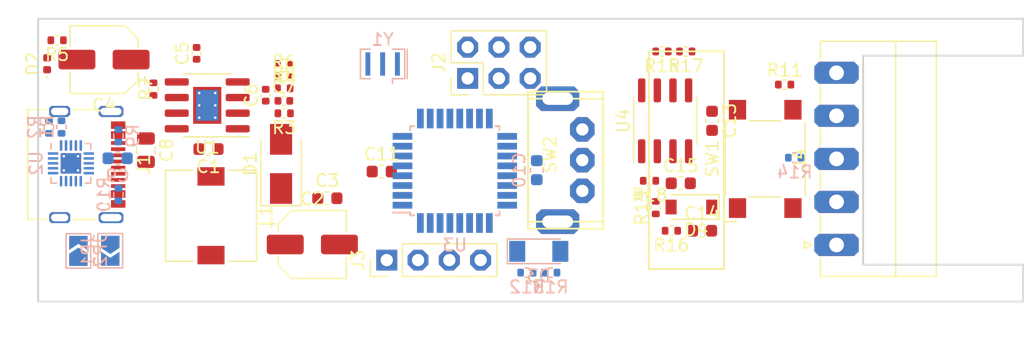
<source format=kicad_pcb>
(kicad_pcb (version 20211014) (generator pcbnew)
  (layers (0 "F.Cu" signal) (31 "B.Cu" signal) (34 "B.Paste" user) (35 "F.Paste" user) (36 "B.SilkS" user "B.Silkscreen") (37 "F.SilkS" user "F.Silkscreen") (38 "B.Mask" user) (39 "F.Mask" user) (44 "Edge.Cuts" user))
  (net 0 "")
  (net 1 "VCC")
  (net 2 "Net-(C1-Pad1)")
  (net 3 "Net-(C1-Pad2)")
  (net 4 "GND")
  (net 5 "VBUS")
  (net 6 "Net-(C10-Pad1)")
  (net 7 "VDD")
  (net 8 "Net-(C6-Pad1)")
  (net 9 "Net-(C6-Pad2)")
  (net 10 "Net-(C15-Pad1)")
  (net 11 "Net-(C13-Pad1)")
  (net 12 "Net-(R4-Pad2)")
  (net 13 "/D6")
  (net 14 "Net-(R18-Pad1)")
  (net 15 "Net-(U3-Pad7)")
  (net 16 "Net-(U3-Pad8)")
  (net 17 "P+")
  (net 19 "Net-(D2-Pad2)")
  (net 20 "/ADC1")
  (net 21 "Net-(J1-PadA5)")
  (net 22 "Net-(J1-PadB5)")
  (net 23 "/MISO")
  (net 24 "/SCK")
  (net 25 "/MOSI")
  (net 26 "/RST")
  (net 27 "/TXD")
  (net 28 "/RXD")
  (net 29 "/D10")
  (net 30 "/ADC2")
  (net 31 "/CFG2")
  (net 32 "/CFG3")
  (net 33 "/BEEP")
  (net 34 "/CFG1")
  (net 35 "Net-(R3-Pad2)")
  (net 37 "Net-(R7-Pad1)")
  (net 39 "Net-(U4-Pad6)")
  (net 40 "/ADC0")
  (net 41 "/D7")
  (net 45 "Net-(J1-PadA6)")
  (net 46 "Net-(J1-PadA7)")
  (net 51 "/D9")
  (net 52 "/SDA")
  (net 53 "/SCL")
  (footprint "Resistor_SMD:R_0402_1005Metric" (layer "F.Cu") (at 101.4724 80.5688)
    (fp_text reference "R6" (at 0 -1.17) (layer "F.SilkS"))
    (fp_text value "20K")
    (pad "1" smd roundrect (at -0.51 0) (size 0.54 0.64) (layers "F.Cu" "F.Paste" "F.Mask") (net 12 "Net-(R4-Pad2)"))
    (pad "2" smd roundrect (at 0.51 0) (size 0.54 0.64) (layers "F.Cu" "F.Paste" "F.Mask") (net 4 "GND"))
  )
  (footprint "Capacitor_SMD:C_0402_1005Metric" (layer "F.Cu") (at 99.9972 82.0928 90)
    (fp_text reference "C6" (at 0 -1.16 90) (layer "F.SilkS"))
    (fp_text value "50V/220pF")
    (pad "1" smd roundrect (at -0.48 0 90) (size 0.56 0.62) (layers "F.Cu" "F.Paste" "F.Mask") (net 8 "Net-(C6-Pad1)"))
    (pad "2" smd roundrect (at 0.48 0 90) (size 0.56 0.62) (layers "F.Cu" "F.Paste" "F.Mask") (net 9 "Net-(C6-Pad2)"))
  )
  (footprint "Resistor_SMD:R_0402_1005Metric" (layer "F.Cu") (at 101.4984 83.566 180)
    (fp_text reference "R3" (at 0 -1.17) (layer "F.SilkS"))
    (fp_text value "100K")
    (pad "1" smd roundrect (at -0.51 0 180) (size 0.54 0.64) (layers "F.Cu" "F.Paste" "F.Mask") (net 5 "VBUS"))
    (pad "2" smd roundrect (at 0.51 0 180) (size 0.54 0.64) (layers "F.Cu" "F.Paste" "F.Mask") (net 35 "Net-(R3-Pad2)"))
  )
  (footprint "Package_SO:SOIC-8_3.9x4.9mm_P1.27mm" (layer "F.Cu") (at 132.4356 84.1756 90)
    (fp_text reference "U4" (at 0 -3.4 90) (layer "F.SilkS"))
    (fp_text value "OPA2333xxD")
    (pad "1" smd roundrect (at -2.475 -1.905 90) (size 1.95 0.6) (layers "F.Cu" "F.Paste" "F.Mask") (net 40 "/ADC0"))
    (pad "2" smd roundrect (at -2.475 -0.635 90) (size 1.95 0.6) (layers "F.Cu" "F.Paste" "F.Mask") (net 14 "Net-(R18-Pad1)"))
    (pad "3" smd roundrect (at -2.475 0.635 90) (size 1.95 0.6) (layers "F.Cu" "F.Paste" "F.Mask") (net 10 "Net-(C15-Pad1)"))
    (pad "4" smd roundrect (at -2.475 1.905 90) (size 1.95 0.6) (layers "F.Cu" "F.Paste" "F.Mask") (net 4 "GND"))
    (pad "5" smd roundrect (at 2.475 1.905 90) (size 1.95 0.6) (layers "F.Cu" "F.Paste" "F.Mask") (net 11 "Net-(C13-Pad1)"))
    (pad "6" smd roundrect (at 2.475 0.635 90) (size 1.95 0.6) (layers "F.Cu" "F.Paste" "F.Mask") (net 39 "Net-(U4-Pad6)"))
    (pad "7" smd roundrect (at 2.475 -0.635 90) (size 1.95 0.6) (layers "F.Cu" "F.Paste" "F.Mask") (net 39 "Net-(U4-Pad6)"))
    (pad "8" smd roundrect (at 2.475 -1.905 90) (size 1.95 0.6) (layers "F.Cu" "F.Paste" "F.Mask") (net 1 "VCC"))
  )
  (footprint "Inductor_SMD:L_7.3x7.3_H4.5" (layer "F.Cu") (at 95.5548 91.8972 -90)
    (fp_text reference "L1" (at 0 -4.45 90) (layer "F.SilkS"))
    (fp_text value "L")
    (pad "1" smd rect (at -3.2 0 270) (size 1.5 2.2) (layers "F.Cu" "F.Paste" "F.Mask") (net 2 "Net-(C1-Pad1)"))
    (pad "2" smd rect (at 3.2 0 270) (size 1.5 2.2) (layers "F.Cu" "F.Paste" "F.Mask") (net 1 "VCC"))
  )
  (footprint "Connector_PinHeader_2.54mm:PinHeader_1x04_P2.54mm_Vertical" (layer "F.Cu") (at 109.8296 95.504 90)
    (fp_text reference "J3" (at 0 -2.33 90) (layer "F.SilkS"))
    (fp_text value "Conn_01x04_Male")
    (pad "1" thru_hole custom (at 0 0 90) (size 1.7 1.7) (drill 1) (layers *.Cu *.Mask) (net 1 "VCC") (options (clearance convexhull) (anchor circle)) (primitives (gr_poly (pts (xy 0.8 0.8) (xy -0.8 0.8) (xy -0.8 -0.8) (xy 0.8 -0.8)) (width 0.1) (fill yes))))
    (pad "2" thru_hole custom (at 0 2.54 90) (size 1.7 1.7) (drill 1) (layers *.Cu *.Mask) (net 27 "/TXD") (options (clearance convexhull) (anchor circle)) (primitives (gr_poly (pts (xy 0.8 0.331371) (xy 0.331371 0.8) (xy -0.331371 0.8) (xy -0.8 0.331371) (xy -0.8 -0.331371) (xy -0.331371 -0.8) (xy 0.331371 -0.8) (xy 0.8 -0.331371)) (width 0.1) (fill yes))))
    (pad "3" thru_hole custom (at 0 5.08 90) (size 1.7 1.7) (drill 1) (layers *.Cu *.Mask) (net 28 "/RXD") (options (clearance convexhull) (anchor circle)) (primitives (gr_poly (pts (xy 0.8 0.331371) (xy 0.331371 0.8) (xy -0.331371 0.8) (xy -0.8 0.331371) (xy -0.8 -0.331371) (xy -0.331371 -0.8) (xy 0.331371 -0.8) (xy 0.8 -0.331371)) (width 0.1) (fill yes))))
    (pad "4" thru_hole custom (at 0 7.62 90) (size 1.7 1.7) (drill 1) (layers *.Cu *.Mask) (net 4 "GND") (options (clearance convexhull) (anchor circle)) (primitives (gr_poly (pts (xy 0.8 0.331371) (xy 0.331371 0.8) (xy -0.331371 0.8) (xy -0.8 0.331371) (xy -0.8 -0.331371) (xy -0.331371 -0.8) (xy 0.331371 -0.8) (xy 0.8 -0.331371)) (width 0.1) (fill yes))))
  )
  (footprint "My_Library:EC10E" (layer "F.Cu") (at 125.7084 87.376 90)
    (fp_text reference "SW2" (at 0.4572 -2.6144 90 unlocked) (layer "F.SilkS"))
    (fp_text value "RotaryEncoder_2")
    (pad "0" thru_hole custom (at -5 -2 90) (size 1.000002 2.500002) (drill oval 1 2.5) (layers *.Cu *.Mask) (net 4 "GND") (options (clearance convexhull) (anchor rect)) (primitives (gr_poly (pts (xy 0.95 1.315076) (xy 0.565076 1.7) (xy -0.565076 1.7) (xy -0.95 1.315076) (xy -0.95 -1.315076) (xy -0.565076 -1.7) (xy 0.565076 -1.7) (xy 0.95 -1.315076)) (width 0.1) (fill yes))))
    (pad "0" thru_hole custom (at 5 -2 90) (size 1.000002 2.500002) (drill oval 1 2.5) (layers *.Cu *.Mask) (net 4 "GND") (options (clearance convexhull) (anchor rect)) (primitives (gr_poly (pts (xy 0.95 1.315076) (xy 0.565076 1.7) (xy -0.565076 1.7) (xy -0.95 1.315076) (xy -0.95 -1.315076) (xy -0.565076 -1.7) (xy 0.565076 -1.7) (xy 0.95 -1.315076)) (width 0.1) (fill yes))))
    (pad "A" thru_hole custom (at -2.5 0 90) (size 2 2) (drill 1) (layers *.Cu *.Mask) (net 41 "/D7") (options (clearance convexhull) (anchor circle)) (primitives (gr_poly (pts (xy 0.95 0.393503) (xy 0.393503 0.95) (xy -0.393503 0.95) (xy -0.95 0.393503) (xy -0.95 -0.393503) (xy -0.393503 -0.95) (xy 0.393503 -0.95) (xy 0.95 -0.393503)) (width 0.1) (fill yes))))
    (pad "B" thru_hole custom (at 0 0 90) (size 2 2) (drill 1) (layers *.Cu *.Mask) (net 13 "/D6") (options (clearance convexhull) (anchor circle)) (primitives (gr_poly (pts (xy 0.95 0.393503) (xy 0.393503 0.95) (xy -0.393503 0.95) (xy -0.95 0.393503) (xy -0.95 -0.393503) (xy -0.393503 -0.95) (xy 0.393503 -0.95) (xy 0.95 -0.393503)) (width 0.1) (fill yes))))
    (pad "C" thru_hole custom (at 2.5 0 90) (size 2 2) (drill 1) (layers *.Cu *.Mask) (net 4 "GND") (options (clearance convexhull) (anchor circle)) (primitives (gr_poly (pts (xy 0.95 0.393503) (xy 0.393503 0.95) (xy -0.393503 0.95) (xy -0.95 0.393503) (xy -0.95 -0.393503) (xy -0.393503 -0.95) (xy 0.393503 -0.95) (xy 0.95 -0.393503)) (width 0.1) (fill yes))))
  )
  (footprint "Capacitor_SMD:C_0805_2012Metric" (layer "F.Cu") (at 90.2716 86.5632 -90)
    (fp_text reference "C8" (at 0 -1.68 90) (layer "F.SilkS"))
    (fp_text value "10uF")
    (pad "1" smd roundrect (at -0.95 0 270) (size 1 1.45) (layers "F.Cu" "F.Paste" "F.Mask") (net 5 "VBUS"))
    (pad "2" smd roundrect (at 0.95 0 270) (size 1 1.45) (layers "F.Cu" "F.Paste" "F.Mask") (net 4 "GND"))
  )
  (footprint "Capacitor_SMD:C_0603_1608Metric" (layer "F.Cu") (at 95.3516 86.4746 180)
    (fp_text reference "C1" (at 0 -1.43) (layer "F.SilkS"))
    (fp_text value "50V/100nF")
    (pad "1" smd roundrect (at -0.775 0 180) (size 0.9 0.95) (layers "F.Cu" "F.Paste" "F.Mask") (net 2 "Net-(C1-Pad1)"))
    (pad "2" smd roundrect (at 0.775 0 180) (size 0.9 0.95) (layers "F.Cu" "F.Paste" "F.Mask") (net 3 "Net-(C1-Pad2)"))
  )
  (footprint "Capacitor_SMD:C_0402_1005Metric" (layer "F.Cu") (at 101.4704 82.55)
    (fp_text reference "C7" (at 0 -1.16) (layer "F.SilkS"))
    (fp_text value "NC")
    (pad "1" smd roundrect (at -0.48 0) (size 0.56 0.62) (layers "F.Cu" "F.Paste" "F.Mask") (net 8 "Net-(C6-Pad1)"))
    (pad "2" smd roundrect (at 0.48 0) (size 0.56 0.62) (layers "F.Cu" "F.Paste" "F.Mask") (net 4 "GND"))
  )
  (footprint "Capacitor_SMD:C_0603_1608Metric" (layer "F.Cu") (at 105.0036 90.4748)
    (fp_text reference "C3" (at 0 -1.43) (layer "F.SilkS"))
    (fp_text value "50V/100nF")
    (pad "1" smd roundrect (at -0.775 0) (size 0.9 0.95) (layers "F.Cu" "F.Paste" "F.Mask") (net 1 "VCC"))
    (pad "2" smd roundrect (at 0.775 0) (size 0.9 0.95) (layers "F.Cu" "F.Paste" "F.Mask") (net 4 "GND"))
  )
  (footprint "Resistor_SMD:R_0402_1005Metric" (layer "F.Cu") (at 101.4704 81.534)
    (fp_text reference "R8" (at 0 -1.17) (layer "F.SilkS"))
    (fp_text value "68.1K")
    (pad "1" smd roundrect (at -0.51 0) (size 0.54 0.64) (layers "F.Cu" "F.Paste" "F.Mask") (net 9 "Net-(C6-Pad2)"))
    (pad "2" smd roundrect (at 0.51 0) (size 0.54 0.64) (layers "F.Cu" "F.Paste" "F.Mask") (net 4 "GND"))
  )
  (footprint "Diode_SMD:D_SOD-123" (layer "F.Cu") (at 134.5692 91.186 180)
    (fp_text reference "D4" (at -0.4064 -1.8476) (layer "F.SilkS"))
    (fp_text value "1N4148W")
    (pad "1" smd rect (at -1.65 0 180) (size 0.9 1.2) (layers "F.Cu" "F.Paste" "F.Mask") (net 4 "GND"))
    (pad "2" smd rect (at 1.65 0 180) (size 0.9 1.2) (layers "F.Cu" "F.Paste" "F.Mask") (net 10 "Net-(C15-Pad1)"))
  )
  (footprint "Capacitor_SMD:C_0603_1608Metric" (layer "F.Cu") (at 109.4232 88.3034)
    (fp_text reference "C11" (at 0 -1.43) (layer "F.SilkS"))
    (fp_text value "100nF")
    (pad "1" smd roundrect (at -0.775 0) (size 0.9 0.95) (layers "F.Cu" "F.Paste" "F.Mask") (net 13 "/D6"))
    (pad "2" smd roundrect (at 0.775 0) (size 0.9 0.95) (layers "F.Cu" "F.Paste" "F.Mask") (net 4 "GND"))
  )
  (footprint "Capacitor_SMD:C_0603_1608Metric" (layer "F.Cu") (at 133.7056 89.2556)
    (fp_text reference "C15" (at 0 -1.43) (layer "F.SilkS"))
    (fp_text value "2.2nF")
    (pad "1" smd roundrect (at -0.775 0) (size 0.9 0.95) (layers "F.Cu" "F.Paste" "F.Mask") (net 10 "Net-(C15-Pad1)"))
    (pad "2" smd roundrect (at 0.775 0) (size 0.9 0.95) (layers "F.Cu" "F.Paste" "F.Mask") (net 4 "GND"))
  )
  (footprint "Resistor_SMD:R_0402_1005Metric" (layer "F.Cu") (at 131.6736 91.2368 90)
    (fp_text reference "R19" (at 0 -1.17 90) (layer "F.SilkS"))
    (fp_text value "200K")
    (pad "1" smd roundrect (at -0.51 0 90) (size 0.54 0.64) (layers "F.Cu" "F.Paste" "F.Mask") (net 4 "GND"))
    (pad "2" smd roundrect (at 0.51 0 90) (size 0.54 0.64) (layers "F.Cu" "F.Paste" "F.Mask") (net 14 "Net-(R18-Pad1)"))
  )
  (footprint "Resistor_SMD:R_0402_1005Metric" (layer "F.Cu") (at 131.1656 89.0524 180)
    (fp_text reference "R18" (at 0 -1.17) (layer "F.SilkS"))
    (fp_text value "200k")
    (pad "1" smd roundrect (at -0.51 0 180) (size 0.54 0.64) (layers "F.Cu" "F.Paste" "F.Mask") (net 14 "Net-(R18-Pad1)"))
    (pad "2" smd roundrect (at 0.51 0 180) (size 0.54 0.64) (layers "F.Cu" "F.Paste" "F.Mask") (net 40 "/ADC0"))
  )
  (footprint "Resistor_SMD:R_0402_1005Metric" (layer "F.Cu") (at 134.112 78.5368 180)
    (fp_text reference "R17" (at 0 -1.17) (layer "F.SilkS"))
    (fp_text value "10K")
    (pad "1" smd roundrect (at -0.51 0 180) (size 0.54 0.64) (layers "F.Cu" "F.Paste" "F.Mask") (net 4 "GND"))
    (pad "2" smd roundrect (at 0.51 0 180) (size 0.54 0.64) (layers "F.Cu" "F.Paste" "F.Mask") (net 11 "Net-(C13-Pad1)"))
  )
  (footprint "Resistor_SMD:R_0402_1005Metric" (layer "F.Cu") (at 83.058 77.6224 180)
    (fp_text reference "R5" (at 0 -1.17) (layer "F.SilkS"))
    (fp_text value "10K")
    (pad "1" smd roundrect (at -0.51 0 180) (size 0.54 0.64) (layers "F.Cu" "F.Paste" "F.Mask") (net 1 "VCC"))
    (pad "2" smd roundrect (at 0.51 0 180) (size 0.54 0.64) (layers "F.Cu" "F.Paste" "F.Mask") (net 19 "Net-(D2-Pad2)"))
  )
  (footprint "Capacitor_SMD:CP_Elec_5x5.7" (layer "F.Cu") (at 86.868 79.1972 180)
    (fp_text reference "C4" (at 0 -3.7) (layer "F.SilkS"))
    (fp_text value "50V/10uF")
    (pad "1" smd roundrect (at -2.2 0 180) (size 3 1.6) (layers "F.Cu" "F.Paste" "F.Mask") (roundrect_rratio 0.15625) (net 5 "VBUS"))
    (pad "2" smd roundrect (at 2.2 0 180) (size 3 1.6) (layers "F.Cu" "F.Paste" "F.Mask") (roundrect_rratio 0.15625) (net 4 "GND"))
  )
  (footprint "Resistor_SMD:R_0402_1005Metric" (layer "F.Cu") (at 132.1816 78.5368 180)
    (fp_text reference "R15" (at 0 -1.17) (layer "F.SilkS"))
    (fp_text value "10K")
    (pad "1" smd roundrect (at -0.51 0 180) (size 0.54 0.64) (layers "F.Cu" "F.Paste" "F.Mask") (net 11 "Net-(C13-Pad1)"))
    (pad "2" smd roundrect (at 0.51 0 180) (size 0.54 0.64) (layers "F.Cu" "F.Paste" "F.Mask") (net 1 "VCC"))
  )
  (footprint "Capacitor_SMD:C_0603_1608Metric" (layer "F.Cu") (at 135.4328 93.1164)
    (fp_text reference "C14" (at 0 -1.43) (layer "F.SilkS"))
    (fp_text value "1uF")
    (pad "1" smd roundrect (at -0.775 0) (size 0.9 0.95) (layers "F.Cu" "F.Paste" "F.Mask") (net 17 "P+"))
    (pad "2" smd roundrect (at 0.775 0) (size 0.9 0.95) (layers "F.Cu" "F.Paste" "F.Mask") (net 4 "GND"))
  )
  (footprint "Connector_USB:USB_C_Receptacle_Palconn_UTC16-G" (layer "F.Cu") (at 85.5078 87.7316 -90)
    (fp_text reference "J1" (at 0 -4.58 90) (layer "F.SilkS"))
    (fp_text value "USB_C_Receptacle_USB2.0")
    (pad "" np_thru_hole circle (at 2.89 -1.45 90) (size 0.6 0.6) (drill 0.6) (layers *.Cu *.Mask))
    (pad "" np_thru_hole circle (at -2.89 -1.45 90) (size 0.6 0.6) (drill 0.6) (layers *.Cu *.Mask))
    (pad "A1" smd rect (at -3.2 -2.51 270) (size 0.6 1.16) (layers "F.Cu" "F.Paste" "F.Mask") (net 4 "GND"))
    (pad "A4" smd rect (at -2.4 -2.51 270) (size 0.6 1.16) (layers "F.Cu" "F.Paste" "F.Mask") (net 5 "VBUS"))
    (pad "A5" smd rect (at -1.25 -2.51 90) (size 0.3 1.16) (layers "F.Cu" "F.Paste" "F.Mask") (net 21 "Net-(J1-PadA5)"))
    (pad "A6" smd rect (at -0.25 -2.51 90) (size 0.3 1.16) (layers "F.Cu" "F.Paste" "F.Mask") (net 45 "Net-(J1-PadA6)"))
    (pad "A7" smd rect (at 0.25 -2.51 90) (size 0.3 1.16) (layers "F.Cu" "F.Paste" "F.Mask") (net 46 "Net-(J1-PadA7)"))
    (pad "A8" smd rect (at 1.25 -2.51 90) (size 0.3 1.16) (layers "F.Cu" "F.Paste" "F.Mask"))
    (pad "A9" smd rect (at 2.4 -2.51 270) (size 0.6 1.16) (layers "F.Cu" "F.Paste" "F.Mask") (net 5 "VBUS"))
    (pad "A12" smd rect (at 3.2 -2.51 270) (size 0.6 1.16) (layers "F.Cu" "F.Paste" "F.Mask") (net 4 "GND"))
    (pad "B1" smd rect (at 3.2 -2.51 270) (size 0.6 1.16) (layers "F.Cu" "F.Paste" "F.Mask") (net 4 "GND"))
    (pad "B4" smd rect (at 2.4 -2.51 270) (size 0.6 1.16) (layers "F.Cu" "F.Paste" "F.Mask") (net 5 "VBUS"))
    (pad "B5" smd rect (at 1.75 -2.51 90) (size 0.3 1.16) (layers "F.Cu" "F.Paste" "F.Mask") (net 22 "Net-(J1-PadB5)"))
    (pad "B6" smd rect (at 0.75 -2.51 90) (size 0.3 1.16) (layers "F.Cu" "F.Paste" "F.Mask") (net 45 "Net-(J1-PadA6)"))
    (pad "B7" smd rect (at -0.75 -2.51 90) (size 0.3 1.16) (layers "F.Cu" "F.Paste" "F.Mask") (net 46 "Net-(J1-PadA7)"))
    (pad "B8" smd rect (at -1.75 -2.51 90) (size 0.3 1.16) (layers "F.Cu" "F.Paste" "F.Mask"))
    (pad "B9" smd rect (at -2.4 -2.51 270) (size 0.6 1.16) (layers "F.Cu" "F.Paste" "F.Mask") (net 5 "VBUS"))
    (pad "B12" smd rect (at -3.2 -2.51 270) (size 0.6 1.16) (layers "F.Cu" "F.Paste" "F.Mask") (net 4 "GND"))
    (pad "S1" thru_hole custom (at 4.32 -1.93) (size 1.700002 0.600002) (drill oval 1.7 0.6) (layers *.Cu *.Mask) (net 4 "GND") (options (clearance convexhull) (anchor rect)) (primitives (gr_poly (pts (xy 0.95 0.242894) (xy 0.792894 0.4) (xy -0.792894 0.4) (xy -0.95 0.242894) (xy -0.95 -0.242894) (xy -0.792894 -0.4) (xy 0.792894 -0.4) (xy 0.95 -0.242894)) (width 0.1) (fill yes))))
    (pad "S1" thru_hole custom (at -4.32 2.24) (size 1.400002 0.600002) (drill oval 1.4 0.6) (layers *.Cu *.Mask) (net 4 "GND") (options (clearance convexhull) (anchor rect)) (primitives (gr_poly (pts (xy 0.8 0.242894) (xy 0.642894 0.4) (xy -0.642894 0.4) (xy -0.8 0.242894) (xy -0.8 -0.242894) (xy -0.642894 -0.4) (xy 0.642894 -0.4) (xy 0.8 -0.242894)) (width 0.1) (fill yes))))
    (pad "S1" thru_hole custom (at -4.32 -1.93) (size 1.700002 0.600002) (drill oval 1.7 0.6) (layers *.Cu *.Mask) (net 4 "GND") (options (clearance convexhull) (anchor rect)) (primitives (gr_poly (pts (xy 0.95 0.242894) (xy 0.792894 0.4) (xy -0.792894 0.4) (xy -0.95 0.242894) (xy -0.95 -0.242894) (xy -0.792894 -0.4) (xy 0.792894 -0.4) (xy 0.95 -0.242894)) (width 0.1) (fill yes))))
    (pad "S1" thru_hole custom (at 4.32 2.24) (size 1.400002 0.600002) (drill oval 1.4 0.6) (layers *.Cu *.Mask) (net 4 "GND") (options (clearance convexhull) (anchor rect)) (primitives (gr_poly (pts (xy 0.8 0.242894) (xy 0.642894 0.4) (xy -0.642894 0.4) (xy -0.8 0.242894) (xy -0.8 -0.242894) (xy -0.642894 -0.4) (xy 0.642894 -0.4) (xy 0.8 -0.242894)) (width 0.1) (fill yes))))
  )
  (footprint "Connector_Phoenix_MC:PhoenixContact_MC_1,5_5-G-3.5_1x05_P3.50mm_Horizontal" (layer "F.Cu") (at 146.3548 94.2702 90)
    (fp_text reference "J4" (at 7 -3 90) (layer "F.SilkS"))
    (fp_text value "Conn_01x05_Female")
    (pad "1" thru_hole custom (at 0 0 90) (size 1.200002 1.200002) (drill 1.2) (layers *.Cu *.Mask) (net 5 "VBUS") (options (clearance convexhull) (anchor rect)) (primitives (gr_poly (pts (xy 0.85 1.406498) (xy 0.506498 1.75) (xy -0.506498 1.75) (xy -0.85 1.406498) (xy -0.85 -1.406498) (xy -0.506498 -1.75) (xy 0.506498 -1.75) (xy 0.85 -1.406498)) (width 0.1) (fill yes))))
    (pad "2" thru_hole custom (at 3.5 0 90) (size 1.200002 1.200002) (drill 1.2) (layers *.Cu *.Mask) (net 17 "P+") (options (clearance convexhull) (anchor rect)) (primitives (gr_poly (pts (xy 0.85 1.406498) (xy 0.506498 1.75) (xy -0.506498 1.75) (xy -0.85 1.406498) (xy -0.85 -1.406498) (xy -0.506498 -1.75) (xy 0.506498 -1.75) (xy 0.85 -1.406498)) (width 0.1) (fill yes))))
    (pad "3" thru_hole custom (at 7 0 90) (size 1.200002 1.200002) (drill 1.2) (layers *.Cu *.Mask) (net 29 "/D10") (options (clearance convexhull) (anchor rect)) (primitives (gr_poly (pts (xy 0.85 1.406498) (xy 0.506498 1.75) (xy -0.506498 1.75) (xy -0.85 1.406498) (xy -0.85 -1.406498) (xy -0.506498 -1.75) (xy 0.506498 -1.75) (xy 0.85 -1.406498)) (width 0.1) (fill yes))))
    (pad "4" thru_hole custom (at 10.5 0 90) (size 1.200002 1.200002) (drill 1.2) (layers *.Cu *.Mask) (net 30 "/ADC2") (options (clearance convexhull) (anchor rect)) (primitives (gr_poly (pts (xy 0.85 1.406498) (xy 0.506498 1.75) (xy -0.506498 1.75) (xy -0.85 1.406498) (xy -0.85 -1.406498) (xy -0.506498 -1.75) (xy 0.506498 -1.75) (xy 0.85 -1.406498)) (width 0.1) (fill yes))))
    (pad "5" thru_hole custom (at 14 0 90) (size 1.200002 1.200002) (drill 1.2) (layers *.Cu *.Mask) (net 4 "GND") (options (clearance convexhull) (anchor rect)) (primitives (gr_poly (pts (xy 0.85 1.406498) (xy 0.506498 1.75) (xy -0.506498 1.75) (xy -0.85 1.406498) (xy -0.85 -1.406498) (xy -0.506498 -1.75) (xy 0.506498 -1.75) (xy 0.85 -1.406498)) (width 0.1) (fill yes))))
  )
  (footprint "Resistor_SMD:R_0402_1005Metric" (layer "F.Cu") (at 132.9436 93.1164 180)
    (fp_text reference "R16" (at 0 -1.17) (layer "F.SilkS"))
    (fp_text value "10K")
    (pad "1" smd roundrect (at -0.51 0 180) (size 0.54 0.64) (layers "F.Cu" "F.Paste" "F.Mask") (net 17 "P+"))
    (pad "2" smd roundrect (at 0.51 0 180) (size 0.54 0.64) (layers "F.Cu" "F.Paste" "F.Mask") (net 10 "Net-(C15-Pad1)"))
  )
  (footprint "Button_Switch_SMD:SW_SPST_Omron_B3FS-100xP" (layer "F.Cu") (at 140.5636 87.2744 90)
    (fp_text reference "SW1" (at 0 -4.3 90) (layer "F.SilkS"))
    (fp_text value "SW_DPST_Temperature")
    (pad "1" smd rect (at -4 -2.25 270) (size 1.6 1.4) (layers "F.Cu" "F.Paste" "F.Mask") (net 4 "GND"))
    (pad "2" smd rect (at 4 -2.25 270) (size 1.6 1.4) (layers "F.Cu" "F.Paste" "F.Mask") (net 13 "/D6"))
    (pad "3" smd rect (at -4 2.25 270) (size 1.6 1.4) (layers "F.Cu" "F.Paste" "F.Mask") (net 4 "GND"))
    (pad "4" smd rect (at 4 2.25 270) (size 1.6 1.4) (layers "F.Cu" "F.Paste" "F.Mask") (net 13 "/D6"))
  )
  (footprint "Package_SO:SOIC-8-1EP_3.9x4.9mm_P1.27mm_EP2.29x3mm_ThermalVias" (layer "F.Cu") (at 95.25 82.9186 180)
    (fp_text reference "U1" (at 0 -3.4) (layer "F.SilkS"))
    (fp_text value "MP1584EN")
    (pad "1" smd roundrect (at -2.475 -1.905 180) (size 1.95 0.6) (layers "F.Cu" "F.Paste" "F.Mask") (net 2 "Net-(C1-Pad1)"))
    (pad "2" smd roundrect (at -2.475 -0.635 180) (size 1.95 0.6) (layers "F.Cu" "F.Paste" "F.Mask") (net 35 "Net-(R3-Pad2)"))
    (pad "3" smd roundrect (at -2.475 0.635 180) (size 1.95 0.6) (layers "F.Cu" "F.Paste" "F.Mask") (net 8 "Net-(C6-Pad1)"))
    (pad "4" smd roundrect (at -2.475 1.905 180) (size 1.95 0.6) (layers "F.Cu" "F.Paste" "F.Mask") (net 12 "Net-(R4-Pad2)"))
    (pad "5" smd roundrect (at 2.475 1.905 180) (size 1.95 0.6) (layers "F.Cu" "F.Paste" "F.Mask") (net 4 "GND"))
    (pad "6" smd roundrect (at 2.475 0.635 180) (size 1.95 0.6) (layers "F.Cu" "F.Paste" "F.Mask") (net 37 "Net-(R7-Pad1)"))
    (pad "7" smd roundrect (at 2.475 -0.635 180) (size 1.95 0.6) (layers "F.Cu" "F.Paste" "F.Mask") (net 5 "VBUS"))
    (pad "8" smd roundrect (at 2.475 -1.905 180) (size 1.95 0.6) (layers "F.Cu" "F.Paste" "F.Mask") (net 3 "Net-(C1-Pad2)"))
    (pad "9" smd rect (at 0 0 180) (size 2.29 3) (layers "F.Cu" "F.Mask") (net 4 "GND"))
    (pad "9" thru_hole custom (at 0.65 0 180) (size 0.5 0.5) (drill 0.2) (layers *.Cu) (net 4 "GND") (options (clearance convexhull) (anchor circle)) (primitives (gr_poly (pts (xy 0.2 0.082843) (xy 0.082843 0.2) (xy -0.082843 0.2) (xy -0.2 0.082843) (xy -0.2 -0.082843) (xy -0.082843 -0.2) (xy 0.082843 -0.2) (xy 0.2 -0.082843)) (width 0.1) (fill yes))))
    (pad "9" smd rect (at 0 0 180) (size 1.8 2.5) (layers "B.Cu") (net 4 "GND"))
    (pad "9" thru_hole custom (at 0.65 -1 180) (size 0.5 0.5) (drill 0.2) (layers *.Cu) (net 4 "GND") (options (clearance convexhull) (anchor circle)) (primitives (gr_poly (pts (xy 0.2 0.082843) (xy 0.082843 0.2) (xy -0.082843 0.2) (xy -0.2 0.082843) (xy -0.2 -0.082843) (xy -0.082843 -0.2) (xy 0.082843 -0.2) (xy 0.2 -0.082843)) (width 0.1) (fill yes))))
    (pad "9" thru_hole custom (at -0.65 -1 180) (size 0.5 0.5) (drill 0.2) (layers *.Cu) (net 4 "GND") (options (clearance convexhull) (anchor circle)) (primitives (gr_poly (pts (xy 0.2 0.082843) (xy 0.082843 0.2) (xy -0.082843 0.2) (xy -0.2 0.082843) (xy -0.2 -0.082843) (xy -0.082843 -0.2) (xy 0.082843 -0.2) (xy 0.2 -0.082843)) (width 0.1) (fill yes))))
    (pad "9" thru_hole custom (at 0.65 1 180) (size 0.5 0.5) (drill 0.2) (layers *.Cu) (net 4 "GND") (options (clearance convexhull) (anchor circle)) (primitives (gr_poly (pts (xy 0.2 0.082843) (xy 0.082843 0.2) (xy -0.082843 0.2) (xy -0.2 0.082843) (xy -0.2 -0.082843) (xy -0.082843 -0.2) (xy 0.082843 -0.2) (xy 0.2 -0.082843)) (width 0.1) (fill yes))))
    (pad "9" thru_hole custom (at -0.65 1 180) (size 0.5 0.5) (drill 0.2) (layers *.Cu) (net 4 "GND") (options (clearance convexhull) (anchor circle)) (primitives (gr_poly (pts (xy 0.2 0.082843) (xy 0.082843 0.2) (xy -0.082843 0.2) (xy -0.2 0.082843) (xy -0.2 -0.082843) (xy -0.082843 -0.2) (xy 0.082843 -0.2) (xy 0.2 -0.082843)) (width 0.1) (fill yes))))
    (pad "9" thru_hole custom (at -0.65 0 180) (size 0.5 0.5) (drill 0.2) (layers *.Cu) (net 4 "GND") (options (clearance convexhull) (anchor circle)) (primitives (gr_poly (pts (xy 0.2 0.082843) (xy 0.082843 0.2) (xy -0.082843 0.2) (xy -0.2 0.082843) (xy -0.2 -0.082843) (xy -0.082843 -0.2) (xy 0.082843 -0.2) (xy 0.2 -0.082843)) (width 0.1) (fill yes))))
  )
  (footprint "Resistor_SMD:R_0402_1005Metric" (layer "F.Cu") (at 142.1384 81.2292)
    (fp_text reference "R11" (at 0 -1.17) (layer "F.SilkS"))
    (fp_text value "10K")
    (pad "1" smd roundrect (at -0.51 0) (size 0.54 0.64) (layers "F.Cu" "F.Paste" "F.Mask") (net 1 "VCC"))
    (pad "2" smd roundrect (at 0.51 0) (size 0.54 0.64) (layers "F.Cu" "F.Paste" "F.Mask") (net 13 "/D6"))
  )
  (footprint "LED_SMD:LED_0402_1005Metric" (layer "F.Cu") (at 82.2452 79.5369 90)
    (fp_text reference "D2" (at 0 -1.17 90) (layer "F.SilkS"))
    (fp_text value "GREEN")
    (pad "1" smd roundrect (at -0.485 0 90) (size 0.59 0.64) (layers "F.Cu" "F.Paste" "F.Mask") (net 4 "GND"))
    (pad "2" smd roundrect (at 0.485 0 90) (size 0.59 0.64) (layers "F.Cu" "F.Paste" "F.Mask") (net 19 "Net-(D2-Pad2)"))
  )
  (footprint "Connector_PinHeader_2.54mm:PinHeader_2x03_P2.54mm_Vertical" (layer "F.Cu") (at 116.3978 80.7262 90)
    (fp_text reference "J2" (at 1.27 -2.33 90) (layer "F.SilkS"))
    (fp_text value "AVR-ISP-6")
    (pad "1" thru_hole custom (at 0 0 90) (size 1.7 1.7) (drill 1) (layers *.Cu *.Mask) (net 23 "/MISO") (options (clearance convexhull) (anchor circle)) (primitives (gr_poly (pts (xy 0.8 0.8) (xy -0.8 0.8) (xy -0.8 -0.8) (xy 0.8 -0.8)) (width 0.1) (fill yes))))
    (pad "2" thru_hole custom (at 2.54 0 90) (size 1.7 1.7) (drill 1) (layers *.Cu *.Mask) (net 1 "VCC") (options (clearance convexhull) (anchor circle)) (primitives (gr_poly (pts (xy 0.8 0.331371) (xy 0.331371 0.8) (xy -0.331371 0.8) (xy -0.8 0.331371) (xy -0.8 -0.331371) (xy -0.331371 -0.8) (xy 0.331371 -0.8) (xy 0.8 -0.331371)) (width 0.1) (fill yes))))
    (pad "3" thru_hole custom (at 0 2.54 90) (size 1.7 1.7) (drill 1) (layers *.Cu *.Mask) (net 24 "/SCK") (options (clearance convexhull) (anchor circle)) (primitives (gr_poly (pts (xy 0.8 0.331371) (xy 0.331371 0.8) (xy -0.331371 0.8) (xy -0.8 0.331371) (xy -0.8 -0.331371) (xy -0.331371 -0.8) (xy 0.331371 -0.8) (xy 0.8 -0.331371)) (width 0.1) (fill yes))))
    (pad "4" thru_hole custom (at 2.54 2.54 90) (size 1.7 1.7) (drill 1) (layers *.Cu *.Mask) (net 25 "/MOSI") (options (clearance convexhull) (anchor circle)) (primitives (gr_poly (pts (xy 0.8 0.331371) (xy 0.331371 0.8) (xy -0.331371 0.8) (xy -0.8 0.331371) (xy -0.8 -0.331371) (xy -0.331371 -0.8) (xy 0.331371 -0.8) (xy 0.8 -0.331371)) (width 0.1) (fill yes))))
    (pad "5" thru_hole custom (at 0 5.08 90) (size 1.7 1.7) (drill 1) (layers *.Cu *.Mask) (net 26 "/RST") (options (clearance convexhull) (anchor circle)) (primitives (gr_poly (pts (xy 0.8 0.331371) (xy 0.331371 0.8) (xy -0.331371 0.8) (xy -0.8 0.331371) (xy -0.8 -0.331371) (xy -0.331371 -0.8) (xy 0.331371 -0.8) (xy 0.8 -0.331371)) (width 0.1) (fill yes))))
    (pad "6" thru_hole custom (at 2.54 5.08 90) (size 1.7 1.7) (drill 1) (layers *.Cu *.Mask) (net 4 "GND") (options (clearance convexhull) (anchor circle)) (primitives (gr_poly (pts (xy 0.8 0.331371) (xy 0.331371 0.8) (xy -0.331371 0.8) (xy -0.8 0.331371) (xy -0.8 -0.331371) (xy -0.331371 -0.8) (xy 0.331371 -0.8) (xy 0.8 -0.331371)) (width 0.1) (fill yes))))
  )
  (footprint "Capacitor_SMD:CP_Elec_5x5.7" (layer "F.Cu") (at 103.7844 94.234)
    (fp_text reference "C2" (at 0 -3.7) (layer "F.SilkS"))
    (fp_text value "10V/22uF")
    (pad "1" smd roundrect (at -2.2 0) (size 3 1.6) (layers "F.Cu" "F.Paste" "F.Mask") (roundrect_rratio 0.15625) (net 1 "VCC"))
    (pad "2" smd roundrect (at 2.2 0) (size 3 1.6) (layers "F.Cu" "F.Paste" "F.Mask") (roundrect_rratio 0.15625) (net 4 "GND"))
  )
  (footprint "Resistor_SMD:R_0402_1005Metric" (layer "F.Cu") (at 90.8812 81.5978 90)
    (fp_text reference "R7" (at 0.026 -0.6112 90) (layer "F.SilkS"))
    (fp_text value "200K")
    (pad "1" smd roundrect (at -0.51 0 90) (size 0.54 0.64) (layers "F.Cu" "F.Paste" "F.Mask") (net 37 "Net-(R7-Pad1)"))
    (pad "2" smd roundrect (at 0.51 0 90) (size 0.54 0.64) (layers "F.Cu" "F.Paste" "F.Mask") (net 4 "GND"))
  )
  (footprint "Resistor_SMD:R_0402_1005Metric" (layer "F.Cu") (at 101.4704 79.5528 180)
    (fp_text reference "R4" (at 0 -1.17) (layer "F.SilkS"))
    (fp_text value "20K")
    (pad "1" smd roundrect (at -0.51 0 180) (size 0.54 0.64) (layers "F.Cu" "F.Paste" "F.Mask") (net 1 "VCC"))
    (pad "2" smd roundrect (at 0.51 0 180) (size 0.54 0.64) (layers "F.Cu" "F.Paste" "F.Mask") (net 12 "Net-(R4-Pad2)"))
  )
  (footprint "Capacitor_SMD:C_0603_1608Metric" (layer "F.Cu") (at 136.2456 84.1756 -90)
    (fp_text reference "C13" (at 0 -1.43 90) (layer "F.SilkS"))
    (fp_text value "100nF")
    (pad "1" smd roundrect (at -0.775 0 270) (size 0.9 0.95) (layers "F.Cu" "F.Paste" "F.Mask") (net 11 "Net-(C13-Pad1)"))
    (pad "2" smd roundrect (at 0.775 0 270) (size 0.9 0.95) (layers "F.Cu" "F.Paste" "F.Mask") (net 4 "GND"))
  )
  (footprint "Diode_SMD:D_SMA" (layer "F.Cu") (at 101.2444 87.6808 90)
    (fp_text reference "D1" (at 0 -2.5 90) (layer "F.SilkS"))
    (fp_text value "SS54")
    (pad "1" smd rect (at -2 0 90) (size 2.5 1.8) (layers "F.Cu" "F.Paste" "F.Mask") (net 2 "Net-(C1-Pad1)"))
    (pad "2" smd rect (at 2 0 90) (size 2.5 1.8) (layers "F.Cu" "F.Paste" "F.Mask") (net 4 "GND"))
  )
  (footprint "Capacitor_SMD:C_0402_1005Metric" (layer "F.Cu") (at 94.3864 78.6892 90)
    (fp_text reference "C5" (at 0 -1.16 90) (layer "F.SilkS"))
    (fp_text value "50V/100nF")
    (pad "1" smd roundrect (at -0.48 0 90) (size 0.56 0.62) (layers "F.Cu" "F.Paste" "F.Mask") (net 5 "VBUS"))
    (pad "2" smd roundrect (at 0.48 0 90) (size 0.56 0.62) (layers "F.Cu" "F.Paste" "F.Mask") (net 4 "GND"))
  )
  (footprint "Resistor_SMD:R_0402_1005Metric" (layer "B.Cu") (at 121.2088 96.52)
    (fp_text reference "R12" (at 0 1.17) (layer "B.SilkS") (effects (justify mirror)))
    (fp_text value "100K")
    (pad "1" smd roundrect (at -0.51 0) (size 0.54 0.64) (layers "B.Cu" "B.Paste" "B.Mask") (net 5 "VBUS"))
    (pad "2" smd roundrect (at 0.51 0) (size 0.54 0.64) (layers "B.Cu" "B.Paste" "B.Mask") (net 20 "/ADC1"))
  )
  (footprint "Capacitor_SMD:C_0603_1608Metric" (layer "B.Cu") (at 87.9726 87.2236)
    (fp_text reference "C9" (at 0 1.43) (layer "B.SilkS") (effects (justify mirror)))
    (fp_text value "1uF")
    (pad "1" smd roundrect (at -0.775 0) (size 0.9 0.95) (layers "B.Cu" "B.Paste" "B.Mask") (net 7 "VDD"))
    (pad "2" smd roundrect (at 0.775 0) (size 0.9 0.95) (layers "B.Cu" "B.Paste" "B.Mask") (net 4 "GND"))
  )
  (footprint "Resistor_SMD:R_0402_1005Metric" (layer "B.Cu") (at 82.3976 84.6856 -90)
    (fp_text reference "R2" (at 0 1.17 90) (layer "B.SilkS") (effects (justify mirror)))
    (fp_text value "NC")
    (pad "1" smd roundrect (at -0.51 0 270) (size 0.54 0.64) (layers "B.Cu" "B.Paste" "B.Mask") (net 7 "VDD"))
    (pad "2" smd roundrect (at 0.51 0 270) (size 0.54 0.64) (layers "B.Cu" "B.Paste" "B.Mask") (net 34 "/CFG1"))
  )
  (footprint "Resistor_SMD:R_0402_1005Metric" (layer "B.Cu") (at 83.4136 84.6836 -90)
    (fp_text reference "R1" (at 0 1.17 90) (layer "B.SilkS") (effects (justify mirror)))
    (fp_text value "6.8K")
    (pad "1" smd roundrect (at -0.51 0 270) (size 0.54 0.64) (layers "B.Cu" "B.Paste" "B.Mask") (net 4 "GND"))
    (pad "2" smd roundrect (at 0.51 0 270) (size 0.54 0.64) (layers "B.Cu" "B.Paste" "B.Mask") (net 34 "/CFG1"))
  )
  (footprint "Resistor_SMD:R_0402_1005Metric" (layer "B.Cu") (at 88.0364 90.17 -90)
    (fp_text reference "R10" (at 0 1.17 90) (layer "B.SilkS") (effects (justify mirror)))
    (fp_text value "5.1K")
    (pad "1" smd roundrect (at -0.51 0 270) (size 0.54 0.64) (layers "B.Cu" "B.Paste" "B.Mask") (net 22 "Net-(J1-PadB5)"))
    (pad "2" smd roundrect (at 0.51 0 270) (size 0.54 0.64) (layers "B.Cu" "B.Paste" "B.Mask") (net 4 "GND"))
  )
  (footprint "Package_QFP:TQFP-32_7x7mm_P0.8mm" (layer "B.Cu") (at 115.3568 88.2396)
    (fp_text reference "U3" (at 0 6.05) (layer "B.SilkS") (effects (justify mirror)))
    (fp_text value "ATmega328P-A")
    (pad "1" smd rect (at -4.25 2.8) (size 1.6 0.55) (layers "B.Cu" "B.Paste" "B.Mask") (net 31 "/CFG2"))
    (pad "2" smd rect (at -4.25 2) (size 1.6 0.55) (layers "B.Cu" "B.Paste" "B.Mask") (net 32 "/CFG3"))
    (pad "3" smd rect (at -4.25 1.2) (size 1.6 0.55) (layers "B.Cu" "B.Paste" "B.Mask") (net 4 "GND"))
    (pad "4" smd rect (at -4.25 0.4) (size 1.6 0.55) (layers "B.Cu" "B.Paste" "B.Mask") (net 1 "VCC"))
    (pad "5" smd rect (at -4.25 -0.4) (size 1.6 0.55) (layers "B.Cu" "B.Paste" "B.Mask") (net 4 "GND"))
    (pad "6" smd rect (at -4.25 -1.2) (size 1.6 0.55) (layers "B.Cu" "B.Paste" "B.Mask") (net 1 "VCC"))
    (pad "7" smd rect (at -4.25 -2) (size 1.6 0.55) (layers "B.Cu" "B.Paste" "B.Mask") (net 15 "Net-(U3-Pad7)"))
    (pad "8" smd rect (at -4.25 -2.8) (size 1.6 0.55) (layers "B.Cu" "B.Paste" "B.Mask") (net 16 "Net-(U3-Pad8)"))
    (pad "9" smd rect (at -2.8 -4.25 270) (size 1.6 0.55) (layers "B.Cu" "B.Paste" "B.Mask") (net 33 "/BEEP"))
    (pad "10" smd rect (at -2 -4.25 270) (size 1.6 0.55) (layers "B.Cu" "B.Paste" "B.Mask") (net 13 "/D6"))
    (pad "11" smd rect (at -1.2 -4.25 270) (size 1.6 0.55) (layers "B.Cu" "B.Paste" "B.Mask") (net 41 "/D7"))
    (pad "12" smd rect (at -0.4 -4.25 270) (size 1.6 0.55) (layers "B.Cu" "B.Paste" "B.Mask") (net 13 "/D6"))
    (pad "13" smd rect (at 0.4 -4.25 270) (size 1.6 0.55) (layers "B.Cu" "B.Paste" "B.Mask") (net 51 "/D9"))
    (pad "14" smd rect (at 1.2 -4.25 270) (size 1.6 0.55) (layers "B.Cu" "B.Paste" "B.Mask") (net 29 "/D10"))
    (pad "15" smd rect (at 2 -4.25 270) (size 1.6 0.55) (layers "B.Cu" "B.Paste" "B.Mask") (net 25 "/MOSI"))
    (pad "16" smd rect (at 2.8 -4.25 270) (size 1.6 0.55) (layers "B.Cu" "B.Paste" "B.Mask") (net 23 "/MISO"))
    (pad "17" smd rect (at 4.25 -2.8) (size 1.6 0.55) (layers "B.Cu" "B.Paste" "B.Mask") (net 24 "/SCK"))
    (pad "18" smd rect (at 4.25 -2) (size 1.6 0.55) (layers "B.Cu" "B.Paste" "B.Mask") (net 1 "VCC"))
    (pad "19" smd rect (at 4.25 -1.2) (size 1.6 0.55) (layers "B.Cu" "B.Paste" "B.Mask"))
    (pad "20" smd rect (at 4.25 -0.4) (size 1.6 0.55) (layers "B.Cu" "B.Paste" "B.Mask") (net 6 "Net-(C10-Pad1)"))
    (pad "21" smd rect (at 4.25 0.4) (size 1.6 0.55) (layers "B.Cu" "B.Paste" "B.Mask") (net 4 "GND"))
    (pad "22" smd rect (at 4.25 1.2) (size 1.6 0.55) (layers "B.Cu" "B.Paste" "B.Mask"))
    (pad "23" smd rect (at 4.25 2) (size 1.6 0.55) (layers "B.Cu" "B.Paste" "B.Mask") (net 40 "/ADC0"))
    (pad "24" smd rect (at 4.25 2.8) (size 1.6 0.55) (layers "B.Cu" "B.Paste" "B.Mask") (net 20 "/ADC1"))
    (pad "25" smd rect (at 2.8 4.25 270) (size 1.6 0.55) (layers "B.Cu" "B.Paste" "B.Mask") (net 30 "/ADC2"))
    (pad "26" smd rect (at 2 4.25 270) (size 1.6 0.55) (layers "B.Cu" "B.Paste" "B.Mask"))
    (pad "27" smd rect (at 1.2 4.25 270) (size 1.6 0.55) (layers "B.Cu" "B.Paste" "B.Mask") (net 52 "/SDA"))
    (pad "28" smd rect (at 0.4 4.25 270) (size 1.6 0.55) (layers "B.Cu" "B.Paste" "B.Mask") (net 53 "/SCL"))
    (pad "29" smd rect (at -0.4 4.25 270) (size 1.6 0.55) (layers "B.Cu" "B.Paste" "B.Mask") (net 26 "/RST"))
    (pad "30" smd rect (at -1.2 4.25 270) (size 1.6 0.55) (layers "B.Cu" "B.Paste" "B.Mask") (net 28 "/RXD"))
    (pad "31" smd rect (at -2 4.25 270) (size 1.6 0.55) (layers "B.Cu" "B.Paste" "B.Mask") (net 27 "/TXD"))
    (pad "32" smd rect (at -2.8 4.25 270) (size 1.6 0.55) (layers "B.Cu" "B.Paste" "B.Mask") (net 34 "/CFG1"))
  )
  (footprint "Jumper:SolderJumper-2_P1.3mm_Open_TrianglePad1.0x1.5mm" (layer "B.Cu") (at 84.7852 94.7558 90)
    (fp_text reference "JP2" (at 0 1.8 90) (layer "B.SilkS") (effects (justify mirror)))
    (fp_text value "JUMP")
    (pad "1" smd custom (at -0.725 0 90) (size 0.3 0.3) (layers "B.Cu" "B.Mask") (net 4 "GND") (options (clearance outline) (anchor rect)) (primitives (gr_poly (pts (xy 1 0) (xy 0.5 -0.75) (xy -0.5 -0.75) (xy -0.5 0.75) (xy 0.5 0.75)) (width 0) (fill yes))))
    (pad "2" smd custom (at 0.725 0 90) (size 0.3 0.3) (layers "B.Cu" "B.Mask") (net 32 "/CFG3") (options (clearance outline) (anchor rect)) (primitives (gr_poly (pts (xy 0.5 -0.75) (xy -0.65 -0.75) (xy -0.15 0) (xy -0.65 0.75) (xy 0.5 0.75)) (width 0) (fill yes))))
  )
  (footprint "Resistor_SMD:R_0402_1005Metric" (layer "B.Cu") (at 123.1412 96.52)
    (fp_text reference "R13" (at 0 1.17) (layer "B.SilkS") (effects (justify mirror)))
    (fp_text value "20K")
    (pad "1" smd roundrect (at -0.51 0) (size 0.54 0.64) (layers "B.Cu" "B.Paste" "B.Mask") (net 20 "/ADC1"))
    (pad "2" smd roundrect (at 0.51 0) (size 0.54 0.64) (layers "B.Cu" "B.Paste" "B.Mask") (net 4 "GND"))
  )
  (footprint "Resistor_SMD:R_0402_1005Metric" (layer "B.Cu") (at 88.0364 85.3948 90)
    (fp_text reference "R9" (at 0 1.17 90) (layer "B.SilkS") (effects (justify mirror)))
    (fp_text value "5.1K")
    (pad "1" smd roundrect (at -0.51 0 90) (size 0.54 0.64) (layers "B.Cu" "B.Paste" "B.Mask") (net 21 "Net-(J1-PadA5)"))
    (pad "2" smd roundrect (at 0.51 0 90) (size 0.54 0.64) (layers "B.Cu" "B.Paste" "B.Mask") (net 4 "GND"))
  )
  (footprint "Diode_SMD:D_MiniMELF" (layer "B.Cu") (at 122.174 94.7928)
    (fp_text reference "D3" (at 0 2) (layer "B.SilkS") (effects (justify mirror)))
    (fp_text value "BZV55B5V1")
    (pad "1" smd rect (at -1.75 0) (size 1.3 1.7) (layers "B.Cu" "B.Paste" "B.Mask") (net 20 "/ADC1"))
    (pad "2" smd rect (at 1.75 0) (size 1.3 1.7) (layers "B.Cu" "B.Paste" "B.Mask") (net 4 "GND"))
  )
  (footprint "Resistor_SMD:R_0402_1005Metric" (layer "B.Cu") (at 142.9512 87.1728)
    (fp_text reference "R14" (at 0 1.17) (layer "B.SilkS") (effects (justify mirror)))
    (fp_text value "10K")
    (pad "1" smd roundrect (at -0.51 0) (size 0.54 0.64) (layers "B.Cu" "B.Paste" "B.Mask") (net 1 "VCC"))
    (pad "2" smd roundrect (at 0.51 0) (size 0.54 0.64) (layers "B.Cu" "B.Paste" "B.Mask") (net 29 "/D10"))
  )
  (footprint "Capacitor_SMD:C_0603_1608Metric" (layer "B.Cu") (at 122.0116 88.1888 -90)
    (fp_text reference "C10" (at 0 1.43 90) (layer "B.SilkS") (effects (justify mirror)))
    (fp_text value "100nF")
    (pad "1" smd roundrect (at -0.775 0 270) (size 0.9 0.95) (layers "B.Cu" "B.Paste" "B.Mask") (net 6 "Net-(C10-Pad1)"))
    (pad "2" smd roundrect (at 0.775 0 270) (size 0.9 0.95) (layers "B.Cu" "B.Paste" "B.Mask") (net 4 "GND"))
  )
  (footprint "Package_DFN_QFN:QFN-20-1EP_3x3mm_P0.4mm_EP1.65x1.65mm_ThermalVias" (layer "B.Cu") (at 84.1792 87.6336 -90)
    (fp_text reference "U2" (at 0 2.82 90) (layer "B.SilkS") (effects (justify mirror)))
    (fp_text value "CH224D")
    (pad "1" smd roundrect (at -1.45 0.8 270) (size 0.85 0.2) (layers "B.Cu" "B.Paste" "B.Mask") (net 34 "/CFG1"))
    (pad "2" smd roundrect (at -1.45 0.4 270) (size 0.85 0.2) (layers "B.Cu" "B.Paste" "B.Mask") (net 5 "VBUS"))
    (pad "3" smd roundrect (at -1.45 0 270) (size 0.85 0.2) (layers "B.Cu" "B.Paste" "B.Mask"))
    (pad "4" smd roundrect (at -1.45 -0.4 270) (size 0.85 0.2) (layers "B.Cu" "B.Paste" "B.Mask"))
    (pad "5" smd roundrect (at -1.45 -0.8 270) (size 0.85 0.2) (layers "B.Cu" "B.Paste" "B.Mask"))
    (pad "6" smd roundrect (at -0.8 -1.45 270) (size 0.2 0.85) (layers "B.Cu" "B.Paste" "B.Mask") (net 4 "GND"))
    (pad "7" smd roundrect (at -0.4 -1.45 270) (size 0.2 0.85) (layers "B.Cu" "B.Paste" "B.Mask") (net 7 "VDD"))
    (pad "8" smd roundrect (at 0 -1.45 270) (size 0.2 0.85) (layers "B.Cu" "B.Paste" "B.Mask") (net 45 "Net-(J1-PadA6)"))
    (pad "9" smd roundrect (at 0.4 -1.45 270) (size 0.2 0.85) (layers "B.Cu" "B.Paste" "B.Mask") (net 46 "Net-(J1-PadA7)"))
    (pad "10" smd roundrect (at 0.8 -1.45 270) (size 0.2 0.85) (layers "B.Cu" "B.Paste" "B.Mask") (net 22 "Net-(J1-PadB5)"))
    (pad "11" smd roundrect (at 1.45 -0.8 270) (size 0.85 0.2) (layers "B.Cu" "B.Paste" "B.Mask") (net 21 "Net-(J1-PadA5)"))
    (pad "12" smd roundrect (at 1.45 -0.4 270) (size 0.85 0.2) (layers "B.Cu" "B.Paste" "B.Mask") (net 32 "/CFG3"))
    (pad "13" smd roundrect (at 1.45 0 270) (size 0.85 0.2) (layers "B.Cu" "B.Paste" "B.Mask") (net 31 "/CFG2"))
    (pad "14" smd roundrect (at 1.45 0.4 270) (size 0.85 0.2) (layers "B.Cu" "B.Paste" "B.Mask") (net 4 "GND"))
    (pad "15" smd roundrect (at 1.45 0.8 270) (size 0.85 0.2) (layers "B.Cu" "B.Paste" "B.Mask") (net 4 "GND"))
    (pad "16" smd roundrect (at 0.8 1.45 270) (size 0.2 0.85) (layers "B.Cu" "B.Paste" "B.Mask"))
    (pad "17" smd roundrect (at 0.4 1.45 270) (size 0.2 0.85) (layers "B.Cu" "B.Paste" "B.Mask"))
    (pad "18" smd roundrect (at 0 1.45 270) (size 0.2 0.85) (layers "B.Cu" "B.Paste" "B.Mask"))
    (pad "19" smd roundrect (at -0.4 1.45 270) (size 0.2 0.85) (layers "B.Cu" "B.Paste" "B.Mask") (net 34 "/CFG1"))
    (pad "20" smd roundrect (at -0.8 1.45 270) (size 0.2 0.85) (layers "B.Cu" "B.Paste" "B.Mask"))
    (pad "21" thru_hole custom (at -0.575 0.575 270) (size 0.5 0.5) (drill 0.2) (layers *.Cu) (net 4 "GND") (options (clearance convexhull) (anchor circle)) (primitives (gr_poly (pts (xy 0.2 0.082843) (xy 0.082843 0.2) (xy -0.082843 0.2) (xy -0.2 0.082843) (xy -0.2 -0.082843) (xy -0.082843 -0.2) (xy 0.082843 -0.2) (xy 0.2 -0.082843)) (width 0.1) (fill yes))))
    (pad "21" smd rect (at 0 0 270) (size 1.65 1.65) (layers "B.Cu" "B.Mask") (net 4 "GND"))
    (pad "21" thru_hole custom (at 0.575 -0.575 270) (size 0.5 0.5) (drill 0.2) (layers *.Cu) (net 4 "GND") (options (clearance convexhull) (anchor circle)) (primitives (gr_poly (pts (xy 0.2 0.082843) (xy 0.082843 0.2) (xy -0.082843 0.2) (xy -0.2 0.082843) (xy -0.2 -0.082843) (xy -0.082843 -0.2) (xy 0.082843 -0.2) (xy 0.2 -0.082843)) (width 0.1) (fill yes))))
    (pad "21" thru_hole custom (at -0.575 -0.575 270) (size 0.5 0.5) (drill 0.2) (layers *.Cu) (net 4 "GND") (options (clearance convexhull) (anchor circle)) (primitives (gr_poly (pts (xy 0.2 0.082843) (xy 0.082843 0.2) (xy -0.082843 0.2) (xy -0.2 0.082843) (xy -0.2 -0.082843) (xy -0.082843 -0.2) (xy 0.082843 -0.2) (xy 0.2 -0.082843)) (width 0.1) (fill yes))))
    (pad "21" thru_hole custom (at 0.575 0.575 270) (size 0.5 0.5) (drill 0.2) (layers *.Cu) (net 4 "GND") (options (clearance convexhull) (anchor circle)) (primitives (gr_poly (pts (xy 0.2 0.082843) (xy 0.082843 0.2) (xy -0.082843 0.2) (xy -0.2 0.082843) (xy -0.2 -0.082843) (xy -0.082843 -0.2) (xy 0.082843 -0.2) (xy 0.2 -0.082843)) (width 0.1) (fill yes))))
    (pad "21" smd rect (at 0 0 270) (size 1.65 1.65) (layers "F.Cu") (net 4 "GND"))
  )
  (footprint "Jumper:SolderJumper-2_P1.3mm_Open_TrianglePad1.0x1.5mm" (layer "B.Cu") (at 87.376 94.742 -90)
    (fp_text reference "JP1" (at 0 1.8 90) (layer "B.SilkS") (effects (justify mirror)))
    (fp_text value "JUMP")
    (pad "1" smd custom (at -0.725 0 270) (size 0.3 0.3) (layers "B.Cu" "B.Mask") (net 31 "/CFG2") (options (clearance outline) (anchor rect)) (primitives (gr_poly (pts (xy 1 0) (xy 0.5 -0.75) (xy -0.5 -0.75) (xy -0.5 0.75) (xy 0.5 0.75)) (width 0) (fill yes))))
    (pad "2" smd custom (at 0.725 0 270) (size 0.3 0.3) (layers "B.Cu" "B.Mask") (net 7 "VDD") (options (clearance outline) (anchor rect)) (primitives (gr_poly (pts (xy 0.5 -0.75) (xy -0.65 -0.75) (xy -0.15 0) (xy -0.65 0.75) (xy 0.5 0.75)) (width 0) (fill yes))))
  )
  (footprint "Crystal:Resonator_SMD_Murata_CSTxExxV-3Pin_3.0x1.1mm" (layer "B.Cu") (at 109.4932 79.5528 180)
    (fp_text reference "Y1" (at 0 2) (layer "B.SilkS") (effects (justify mirror)))
    (fp_text value "16mHz")
    (pad "1" smd rect (at -1.2 0 180) (size 0.4 1.9) (layers "B.Cu" "B.Paste" "B.Mask") (net 16 "Net-(U3-Pad8)"))
    (pad "2" smd rect (at 0 0 180) (size 0.4 1.9) (layers "B.Cu" "B.Paste" "B.Mask") (net 4 "GND"))
    (pad "3" smd rect (at 1.2 0 180) (size 0.4 1.9) (layers "B.Cu" "B.Paste" "B.Mask") (net 15 "Net-(U3-Pad7)"))
  )
  (gr_circle (center 125.6886 87.376) (end 125.9136 87.376) (layer "F.SilkS") (width 0.152399) (fill none))
  (gr_line (start 121.3136 81.804143) (end 127.4136 81.804143) (layer "F.SilkS") (width 0.152399))
  (gr_line (start 127.4136 81.804143) (end 127.4136 92.947856) (layer "F.SilkS") (width 0.152399))
  (gr_line (start 131.1136 78.526) (end 137.2136 78.526) (layer "F.SilkS") (width 0.152399))
  (gr_line (start 121.3136 92.947856) (end 121.3136 81.804143) (layer "F.SilkS") (width 0.152399))
  (gr_line (start 131.1136 96.226) (end 131.1136 78.526) (layer "F.SilkS") (width 0.152399))
  (gr_line (start 127.4136 92.947856) (end 121.3136 92.947856) (layer "F.SilkS") (width 0.152399))
  (gr_line (start 137.2136 96.226) (end 137.2136 78.526) (layer "F.SilkS") (width 0.152399))
  (gr_line (start 131.1136 96.226) (end 137.2136 96.226) (layer "F.SilkS") (width 0.152399))
  (gr_line (start 161.5136 95.876) (end 148.5136 95.876) (layer "Edge.Cuts") (width 0.152399))
  (gr_line (start 148.5136 78.876) (end 148.5136 87.376) (layer "Edge.Cuts") (width 0.152399))
  (gr_line (start 148.5136 88.376) (end 148.5136 86.376) (layer "Edge.Cuts") (width 0.152399))
  (gr_line (start 161.5136 98.876) (end 161.5136 95.876) (layer "Edge.Cuts") (width 0.152399))
  (gr_line (start 161.5136 75.876) (end 161.5136 78.876) (layer "Edge.Cuts") (width 0.152399))
  (gr_line (start 161.5136 78.876) (end 148.5136 78.876) (layer "Edge.Cuts") (width 0.152399))
  (gr_line (start 81.5136 75.876) (end 81.5136 98.876) (layer "Edge.Cuts") (width 0.152399))
  (gr_line (start 161.5136 75.876) (end 81.5136 75.876) (layer "Edge.Cuts") (width 0.152399))
  (gr_line (start 148.5136 95.876) (end 148.5136 87.376) (layer "Edge.Cuts") (width 0.152399))
  (gr_line (start 81.5136 98.876) (end 161.5136 98.876) (layer "Edge.Cuts") (width 0.152399))
)
</source>
